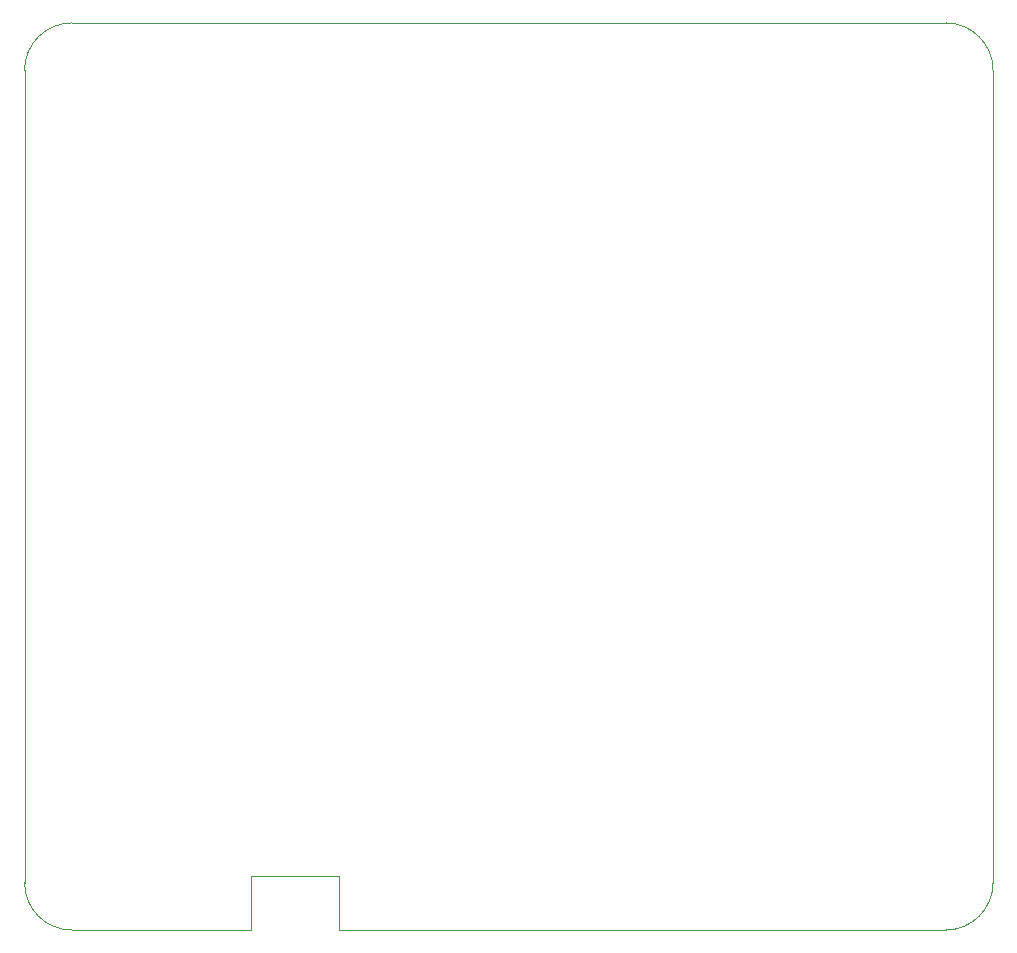
<source format=gm1>
%TF.GenerationSoftware,KiCad,Pcbnew,5.1.6*%
%TF.CreationDate,2020-08-02T00:36:08-04:00*%
%TF.ProjectId,squishy,73717569-7368-4792-9e6b-696361645f70,rev?*%
%TF.SameCoordinates,PX67f3540PY72ba1e0*%
%TF.FileFunction,Profile,NP*%
%FSLAX46Y46*%
G04 Gerber Fmt 4.6, Leading zero omitted, Abs format (unit mm)*
G04 Created by KiCad (PCBNEW 5.1.6) date 2020-08-02 00:36:08*
%MOMM*%
%LPD*%
G01*
G04 APERTURE LIST*
%TA.AperFunction,Profile*%
%ADD10C,0.050000*%
%TD*%
G04 APERTURE END LIST*
D10*
X19200000Y0D02*
X4000000Y0D01*
X0Y72800000D02*
G75*
G02*
X4000000Y76800000I4000000J0D01*
G01*
X78000000Y76800000D02*
G75*
G02*
X82000000Y72800000I0J-4000000D01*
G01*
X82000000Y4000000D02*
G75*
G02*
X78000000Y0I-4000000J0D01*
G01*
X4000000Y0D02*
G75*
G02*
X0Y4000000I0J4000000D01*
G01*
X0Y4000000D02*
X0Y72800000D01*
X78000000Y0D02*
X26600000Y0D01*
X82000000Y72800000D02*
X82000000Y4000000D01*
X4000000Y76800000D02*
X78000000Y76800000D01*
%TO.C,J1*%
X19200000Y4600000D02*
X26600000Y4600000D01*
X26600000Y4600000D02*
X26600000Y0D01*
X19200000Y0D02*
X19200000Y4600000D01*
%TD*%
M02*

</source>
